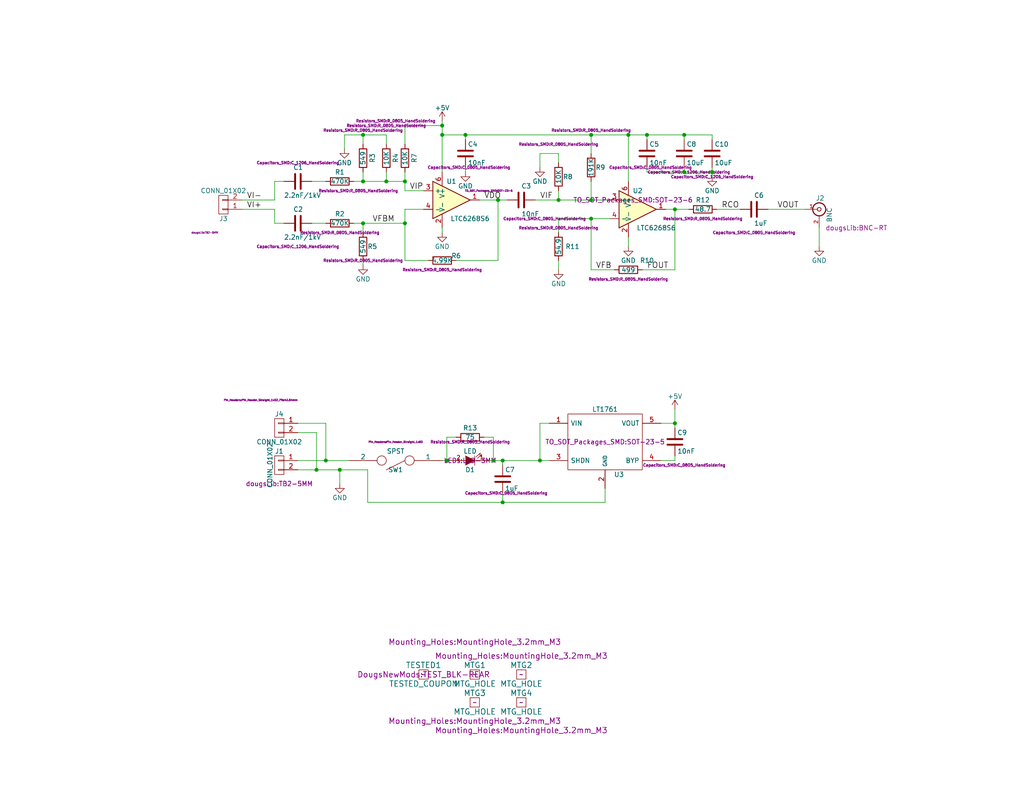
<source format=kicad_sch>
(kicad_sch (version 20211123) (generator eeschema)
  (paper "A")
  (title_block (title "Differential Probe") (date "2016-11-23") (rev "X2") (company "land-boards.com"))
  (lib_symbols
    (symbol "Device:C" (pin_numbers hide) (pin_names (offset 0.254))
      (property "Reference" "C" (at 0.635 2.54 0))
      (property "Value" "C" (at 0.635 -2.54 0))
      (symbol "C_0_1"
        (polyline (pts (xy -2.032 -0.762) (xy 2.032 -0.762)) (stroke (width 0.508)))
        (polyline (pts (xy -2.032 0.762) (xy 2.032 0.762)) (stroke (width 0.508)))
      )
      (symbol "C_1_1"
        (pin passive line (at 0 3.81 270) (length 2.794) (name "~") (number "1"))
        (pin passive line (at 0 -3.81 90) (length 2.794) (name "~") (number "2"))
      )
    )
    (symbol "Device:R" (pin_numbers hide) (pin_names (offset 0))
      (property "Reference" "R" (at 2.032 0 90))
      (property "Value" "R" (at 0 0 90))
      (symbol "R_0_1"
        (rectangle (start -1.016 -2.54) (end 1.016 2.54) (stroke (width 0.254)))
      )
      (symbol "R_1_1"
        (pin passive line (at 0 3.81 270) (length 1.27) (name "~") (number "1"))
        (pin passive line (at 0 -3.81 90) (length 1.27) (name "~") (number "2"))
      )
    )
    (symbol "DiffProbe-rescue:BNC" (pin_names (offset 1.016) hide)
      (property "Reference" "P" (at 0.254 3.048 0))
      (property "Value" "BNC" (at 2.794 -1.524 90))
      (symbol "BNC_0_1"
        (circle (center 0 0) (radius 0.508) (stroke (width 0.2032)))
        (circle (center 0 0) (radius 1.778) (stroke (width 0.3048)))
      )
      (symbol "BNC_1_1"
        (pin passive line (at -3.81 0 0) (length 3.302) (name "In") (number "1"))
        (pin passive line (at 0 -5.08 90) (length 3.302) (name "Ext") (number "2"))
      )
    )
    (symbol "DiffProbe-rescue:CONN_01X02" (pin_names (offset 1.016) hide)
      (property "Reference" "P" (at 0 3.81 0))
      (property "Value" "CONN_01X02" (at 2.54 0 90))
      (symbol "CONN_01X02_0_1"
        (rectangle (start -1.27 -1.143) (end 0.254 -1.397))
        (rectangle (start -1.27 1.397) (end 0.254 1.143))
        (rectangle (start -1.27 2.54) (end 1.27 -2.54))
      )
      (symbol "CONN_01X02_1_1"
        (pin passive line (at -5.08 1.27 0) (length 3.81) (name "P1") (number "1"))
        (pin passive line (at -5.08 -1.27 0) (length 3.81) (name "P2") (number "2"))
      )
    )
    (symbol "DiffProbe-rescue:LED" (pin_names (offset 1.016) hide)
      (property "Reference" "D" (at 0 2.54 0))
      (property "Value" "LED" (at 0 -2.54 0))
      (symbol "LED_0_1"
        (polyline (pts (xy -1.27 1.27) (xy -1.27 -1.27)))
        (polyline (pts (xy -2.032 -0.635) (xy -3.175 -1.651) (xy -3.048 -1.016)))
        (polyline (pts (xy -1.651 -1.016) (xy -2.794 -2.032) (xy -2.667 -1.397)))
        (polyline (pts (xy 1.27 1.27) (xy -1.27 0) (xy 1.27 -1.27)) (fill (type outline)))
      )
      (symbol "LED_1_1"
        (pin passive line (at -5.08 0 0) (length 3.81) (name "K") (number "1"))
        (pin passive line (at 5.08 0 180) (length 3.81) (name "A") (number "2"))
      )
    )
    (symbol "DiffProbe-rescue:LT1761" (pin_names (offset 0.762))
      (property "Reference" "U" (at 3.81 -8.89 0))
      (property "Value" "LT1761" (at 0 8.89 0))
      (symbol "LT1761_0_1"
        (rectangle (start -10.16 7.62) (end 10.16 -7.62))
      )
      (symbol "LT1761_1_1"
        (pin power_in line (at -15.24 5.08 0) (length 5.08) (name "VIN") (number "1"))
        (pin power_in line (at 0 -12.7 90) (length 5.08) (name "GND") (number "2"))
        (pin input line (at -15.24 -5.08 0) (length 5.08) (name "SHDN") (number "3"))
        (pin input line (at 15.24 -5.08 180) (length 5.08) (name "BYP") (number "4"))
        (pin power_out line (at 15.24 5.08 180) (length 5.08) (name "VOUT") (number "5"))
      )
    )
    (symbol "DiffProbe-rescue:LTC6268S6"
      (property "Reference" "U" (at 1.27 5.08 0))
      (property "Value" "LTC6268S6" (at 5.08 -5.08 0))
      (symbol "LTC6268S6_0_1"
        (polyline (pts (xy -5.08 5.08) (xy 5.08 0) (xy -5.08 -5.08) (xy -5.08 5.08)) (stroke (width 0.254)) (fill (type background)))
      )
      (symbol "LTC6268S6_1_1"
        (pin output line (at 7.62 0 180) (length 2.54) (name "~") (number "1"))
        (pin input line (at -2.54 -7.62 90) (length 3.81) (name "V-") (number "2"))
        (pin input line (at -7.62 2.54 0) (length 2.54) (name "+") (number "3"))
        (pin input line (at -7.62 -2.54 0) (length 2.54) (name "-") (number "4"))
        (pin input line (at -2.54 7.62 270) (length 3.81) (name "V+") (number "6"))
      )
    )
    (symbol "DiffProbe-rescue:MTG_HOLE" (pin_names (offset 1.016))
      (property "Reference" "MTG?" (at 0 2.54 0))
      (property "Value" "MTG_HOLE" (at 0 -2.54 0))
      (symbol "MTG_HOLE_0_1"
        (rectangle (start -1.27 -1.27) (end 1.27 -1.27))
        (rectangle (start -1.27 1.27) (end -1.27 -1.27))
        (rectangle (start 1.27 1.27) (end -1.27 1.27))
        (rectangle (start 1.27 1.27) (end 1.27 -1.27))
      )
    )
    (symbol "DiffProbe-rescue:SPST" (pin_numbers hide) (pin_names (offset 0))
      (property "Reference" "SW" (at 0 2.54 0))
      (property "Value" "SPST" (at 0 -2.54 0))
      (symbol "SPST_0_0"
        (circle (center -3.81 0) (radius 1.27))
        (polyline (pts (xy -2.54 0) (xy 2.54 2.54)))
        (circle (center 3.81 0) (radius 1.27))
      )
      (symbol "SPST_1_1"
        (pin input line (at -12.7 0 0) (length 7.62) (name "1") (number "1"))
        (pin input line (at 12.7 0 180) (length 7.62) (name "2") (number "2"))
      )
    )
    (symbol "power:+5V" (power) (pin_names (offset 0))
      (property "Value" "+5V" (at 0 3.556 0))
      (symbol "+5V_0_1"
        (polyline (pts (xy -0.762 1.27) (xy 0 2.54)))
        (polyline (pts (xy 0 0) (xy 0 2.54)))
        (polyline (pts (xy 0 2.54) (xy 0.762 1.27)))
      )
      (symbol "+5V_1_1"
        (pin power_in line (at 0 0 90) (length 0) hide (name "+5V") (number "1"))
      )
    )
    (symbol "power:GND" (power) (pin_names (offset 0))
      (property "Value" "GND" (at 0 -3.81 0))
      (symbol "GND_0_1"
        (polyline (pts (xy 0 0) (xy 0 -1.27) (xy 1.27 -1.27) (xy 0 -2.54) (xy -1.27 -1.27) (xy 0 -1.27)))
      )
      (symbol "GND_1_1"
        (pin power_in line (at 0 0 270) (length 0) hide (name "GND") (number "1"))
      )
    )
  )
  (junction (at 99.06 60.96))
  (junction (at 127 36.83))
  (junction (at 137.16 125.73))
  (junction (at 88.9 125.73))
  (junction (at 171.45 36.83))
  (junction (at 161.29 54.61))
  (junction (at 194.31 46.99))
  (junction (at 186.69 36.83))
  (junction (at 137.16 137.16))
  (junction (at 86.36 128.27))
  (junction (at 161.29 59.69))
  (junction (at 134.62 125.73))
  (junction (at 147.32 125.73))
  (junction (at 184.15 57.15))
  (junction (at 92.71 128.27))
  (junction (at 176.53 36.83))
  (junction (at 184.15 115.57))
  (junction (at 110.49 49.53))
  (junction (at 161.29 36.83))
  (junction (at 121.92 125.73))
  (junction (at 110.49 60.96))
  (junction (at 120.65 34.29))
  (junction (at 99.06 49.53))
  (junction (at 99.06 36.83))
  (junction (at 105.41 49.53))
  (junction (at 120.65 36.83))
  (junction (at 186.69 46.99))
  (junction (at 152.4 54.61))
  (junction (at 135.89 54.61))
  (wire (pts (xy 124.46 119.38) (xy 121.92 119.38)))
  (wire (pts (xy 100.33 137.16) (xy 137.16 137.16)))
  (wire (pts (xy 81.28 118.11) (xy 86.36 118.11)))
  (wire (pts (xy 184.15 73.66) (xy 175.26 73.66)))
  (wire (pts (xy 110.49 57.15) (xy 110.49 60.96)))
  (wire (pts (xy 194.31 46.99) (xy 194.31 48.26)))
  (wire (pts (xy 66.04 54.61) (xy 74.93 54.61)))
  (wire (pts (xy 130.81 54.61) (xy 135.89 54.61)))
  (wire (pts (xy 152.4 52.07) (xy 152.4 54.61)))
  (wire (pts (xy 184.15 125.73) (xy 184.15 124.46)))
  (wire (pts (xy 165.1 137.16) (xy 165.1 133.35)))
  (wire (pts (xy 96.52 60.96) (xy 99.06 60.96)))
  (wire (pts (xy 110.49 57.15) (xy 115.57 57.15)))
  (wire (pts (xy 152.4 54.61) (xy 161.29 54.61)))
  (wire (pts (xy 184.15 115.57) (xy 184.15 116.84)))
  (wire (pts (xy 110.49 60.96) (xy 110.49 71.12)))
  (wire (pts (xy 120.65 125.73) (xy 121.92 125.73)))
  (wire (pts (xy 99.06 71.12) (xy 99.06 72.39)))
  (wire (pts (xy 86.36 128.27) (xy 92.71 128.27)))
  (wire (pts (xy 99.06 60.96) (xy 110.49 60.96)))
  (wire (pts (xy 81.28 128.27) (xy 86.36 128.27)))
  (wire (pts (xy 110.49 71.12) (xy 116.84 71.12)))
  (wire (pts (xy 149.86 115.57) (xy 147.32 115.57)))
  (wire (pts (xy 74.93 49.53) (xy 77.47 49.53)))
  (wire (pts (xy 105.41 36.83) (xy 105.41 39.37)))
  (wire (pts (xy 105.41 49.53) (xy 110.49 49.53)))
  (wire (pts (xy 184.15 111.76) (xy 184.15 115.57)))
  (wire (pts (xy 74.93 57.15) (xy 74.93 60.96)))
  (wire (pts (xy 186.69 36.83) (xy 194.31 36.83)))
  (wire (pts (xy 146.05 54.61) (xy 152.4 54.61)))
  (wire (pts (xy 88.9 125.73) (xy 95.25 125.73)))
  (wire (pts (xy 120.65 34.29) (xy 120.65 36.83)))
  (wire (pts (xy 161.29 49.53) (xy 161.29 54.61)))
  (wire (pts (xy 127 36.83) (xy 161.29 36.83)))
  (wire (pts (xy 120.65 36.83) (xy 120.65 46.99)))
  (wire (pts (xy 184.15 57.15) (xy 187.96 57.15)))
  (wire (pts (xy 186.69 46.99) (xy 194.31 46.99)))
  (wire (pts (xy 152.4 71.12) (xy 152.4 73.66)))
  (wire (pts (xy 92.71 128.27) (xy 100.33 128.27)))
  (wire (pts (xy 195.58 57.15) (xy 201.93 57.15)))
  (wire (pts (xy 110.49 52.07) (xy 115.57 52.07)))
  (wire (pts (xy 132.08 119.38) (xy 134.62 119.38)))
  (wire (pts (xy 171.45 64.77) (xy 171.45 67.31)))
  (wire (pts (xy 99.06 36.83) (xy 105.41 36.83)))
  (wire (pts (xy 147.32 41.91) (xy 152.4 41.91)))
  (wire (pts (xy 161.29 73.66) (xy 167.64 73.66)))
  (wire (pts (xy 120.65 33.02) (xy 120.65 34.29)))
  (wire (pts (xy 176.53 36.83) (xy 186.69 36.83)))
  (wire (pts (xy 120.65 36.83) (xy 127 36.83)))
  (wire (pts (xy 99.06 49.53) (xy 105.41 49.53)))
  (wire (pts (xy 127 45.72) (xy 127 46.99)))
  (wire (pts (xy 134.62 125.73) (xy 137.16 125.73)))
  (wire (pts (xy 147.32 115.57) (xy 147.32 125.73)))
  (wire (pts (xy 152.4 41.91) (xy 152.4 44.45)))
  (wire (pts (xy 86.36 118.11) (xy 86.36 128.27)))
  (wire (pts (xy 152.4 59.69) (xy 152.4 63.5)))
  (wire (pts (xy 66.04 57.15) (xy 74.93 57.15)))
  (wire (pts (xy 176.53 46.99) (xy 176.53 45.72)))
  (wire (pts (xy 171.45 36.83) (xy 171.45 49.53)))
  (wire (pts (xy 137.16 125.73) (xy 147.32 125.73)))
  (wire (pts (xy 186.69 45.72) (xy 186.69 46.99)))
  (wire (pts (xy 135.89 71.12) (xy 124.46 71.12)))
  (wire (pts (xy 161.29 59.69) (xy 161.29 73.66)))
  (wire (pts (xy 81.28 115.57) (xy 88.9 115.57)))
  (wire (pts (xy 194.31 45.72) (xy 194.31 46.99)))
  (wire (pts (xy 93.98 36.83) (xy 99.06 36.83)))
  (wire (pts (xy 180.34 115.57) (xy 184.15 115.57)))
  (wire (pts (xy 176.53 38.1) (xy 176.53 36.83)))
  (wire (pts (xy 181.61 57.15) (xy 184.15 57.15)))
  (wire (pts (xy 92.71 128.27) (xy 92.71 132.08)))
  (wire (pts (xy 74.93 54.61) (xy 74.93 49.53)))
  (wire (pts (xy 127 38.1) (xy 127 36.83)))
  (wire (pts (xy 186.69 36.83) (xy 186.69 38.1)))
  (wire (pts (xy 161.29 36.83) (xy 171.45 36.83)))
  (wire (pts (xy 152.4 59.69) (xy 161.29 59.69)))
  (wire (pts (xy 137.16 125.73) (xy 137.16 127)))
  (wire (pts (xy 120.65 62.23) (xy 120.65 63.5)))
  (wire (pts (xy 110.49 46.99) (xy 110.49 49.53)))
  (wire (pts (xy 161.29 54.61) (xy 166.37 54.61)))
  (wire (pts (xy 147.32 125.73) (xy 149.86 125.73)))
  (wire (pts (xy 180.34 125.73) (xy 184.15 125.73)))
  (wire (pts (xy 88.9 115.57) (xy 88.9 125.73)))
  (wire (pts (xy 105.41 49.53) (xy 105.41 46.99)))
  (wire (pts (xy 147.32 41.91) (xy 147.32 45.72)))
  (wire (pts (xy 134.62 119.38) (xy 134.62 125.73)))
  (wire (pts (xy 85.09 49.53) (xy 88.9 49.53)))
  (wire (pts (xy 100.33 128.27) (xy 100.33 137.16)))
  (wire (pts (xy 194.31 36.83) (xy 194.31 38.1)))
  (wire (pts (xy 133.35 125.73) (xy 134.62 125.73)))
  (wire (pts (xy 110.49 49.53) (xy 110.49 52.07)))
  (wire (pts (xy 137.16 137.16) (xy 137.16 134.62)))
  (wire (pts (xy 121.92 125.73) (xy 123.19 125.73)))
  (wire (pts (xy 99.06 39.37) (xy 99.06 36.83)))
  (wire (pts (xy 110.49 34.29) (xy 120.65 34.29)))
  (wire (pts (xy 99.06 46.99) (xy 99.06 49.53)))
  (wire (pts (xy 135.89 54.61) (xy 138.43 54.61)))
  (wire (pts (xy 209.55 57.15) (xy 219.71 57.15)))
  (wire (pts (xy 171.45 36.83) (xy 176.53 36.83)))
  (wire (pts (xy 99.06 60.96) (xy 99.06 63.5)))
  (wire (pts (xy 96.52 49.53) (xy 99.06 49.53)))
  (wire (pts (xy 110.49 39.37) (xy 110.49 34.29)))
  (wire (pts (xy 74.93 60.96) (xy 77.47 60.96)))
  (wire (pts (xy 176.53 46.99) (xy 186.69 46.99)))
  (wire (pts (xy 93.98 36.83) (xy 93.98 40.64)))
  (wire (pts (xy 161.29 59.69) (xy 166.37 59.69)))
  (wire (pts (xy 184.15 57.15) (xy 184.15 73.66)))
  (wire (pts (xy 85.09 60.96) (xy 88.9 60.96)))
  (wire (pts (xy 137.16 137.16) (xy 165.1 137.16)))
  (wire (pts (xy 121.92 119.38) (xy 121.92 125.73)))
  (wire (pts (xy 223.52 62.23) (xy 223.52 67.31)))
  (wire (pts (xy 161.29 36.83) (xy 161.29 41.91)))
  (wire (pts (xy 81.28 125.73) (xy 88.9 125.73)))
  (wire (pts (xy 135.89 54.61) (xy 135.89 71.12)))
  (label "VI-" (at 67.31 54.61 0) (effects (font (size 1.524 1.524))))
  (label "VDO" (at 132.08 54.61 0) (effects (font (size 1.524 1.524))))
  (label "VI+" (at 67.31 57.15 0) (effects (font (size 1.524 1.524))))
  (label "RCO" (at 196.85 57.15 0) (effects (font (size 1.524 1.524))))
  (label "VIF" (at 147.32 54.61 0) (effects (font (size 1.524 1.524))))
  (label "VOUT" (at 212.09 57.15 0) (effects (font (size 1.524 1.524))))
  (label "FOUT" (at 176.53 73.66 0) (effects (font (size 1.524 1.524))))
  (label "VFBM" (at 101.6 60.96 0) (effects (font (size 1.524 1.524))))
  (label "VIP" (at 111.76 52.07 0) (effects (font (size 1.524 1.524))))
  (label "VFB" (at 162.56 73.66 0) (effects (font (size 1.524 1.524))))
  (symbol (lib_id "DiffProbe-rescue:MTG_HOLE") (at 142.24 191.77 0) (unit 1)
    (property "Reference" "MTG4" (at 142.24 189.23 0) (effects (font (size 1.524 1.524))))
    (property "Value" "MTG_HOLE" (at 142.24 194.31 0) (effects (font (size 1.524 1.524))))
    (property "Footprint" "Mounting_Holes:MountingHole_3.2mm_M3" (at 142.24 199.39 0) (effects (font (size 1.524 1.524))))
    (property "Datasheet" "~" (at 142.24 191.77 0) (effects (font (size 1.524 1.524))))
  )
  (symbol (lib_id "DiffProbe-rescue:MTG_HOLE") (at 129.54 191.77 0) (unit 1)
    (property "Reference" "MTG3" (at 129.54 189.23 0) (effects (font (size 1.524 1.524))))
    (property "Value" "MTG_HOLE" (at 129.54 194.31 0) (effects (font (size 1.524 1.524))))
    (property "Footprint" "Mounting_Holes:MountingHole_3.2mm_M3" (at 129.54 196.85 0) (effects (font (size 1.524 1.524))))
    (property "Datasheet" "~" (at 129.54 191.77 0) (effects (font (size 1.524 1.524))))
  )
  (symbol (lib_id "DiffProbe-rescue:MTG_HOLE") (at 142.24 184.15 0) (unit 1)
    (property "Reference" "MTG2" (at 142.24 181.61 0) (effects (font (size 1.524 1.524))))
    (property "Value" "MTG_HOLE" (at 142.24 186.69 0) (effects (font (size 1.524 1.524))))
    (property "Footprint" "Mounting_Holes:MountingHole_3.2mm_M3" (at 142.24 179.07 0) (effects (font (size 1.524 1.524))))
    (property "Datasheet" "~" (at 142.24 184.15 0) (effects (font (size 1.524 1.524))))
  )
  (symbol (lib_id "DiffProbe-rescue:MTG_HOLE") (at 129.54 184.15 0) (unit 1)
    (property "Reference" "MTG1" (at 129.54 181.61 0) (effects (font (size 1.524 1.524))))
    (property "Value" "MTG_HOLE" (at 129.54 186.69 0) (effects (font (size 1.524 1.524))))
    (property "Footprint" "Mounting_Holes:MountingHole_3.2mm_M3" (at 129.54 175.26 0) (effects (font (size 1.524 1.524))))
    (property "Datasheet" "~" (at 129.54 184.15 0) (effects (font (size 1.524 1.524))))
  )
  (symbol (lib_id "DiffProbe-rescue:MTG_HOLE") (at 115.57 184.15 0) (unit 1)
    (property "Reference" "TESTED1" (at 115.57 181.61 0) (effects (font (size 1.524 1.524))))
    (property "Value" "TESTED_COUPON" (at 115.57 186.69 0) (effects (font (size 1.524 1.524))))
    (property "Footprint" "DougsNewMods:TEST_BLK-REAR" (at 115.57 184.15 0) (effects (font (size 1.524 1.524))))
    (property "Datasheet" "~" (at 115.57 184.15 0) (effects (font (size 1.524 1.524))))
  )
  (symbol (lib_id "DiffProbe-rescue:CONN_01X02") (at 76.2 127 0) (mirror y) (unit 1)
    (property "Reference" "J1" (at 76.2 123.19 0))
    (property "Value" "CONN_01X02" (at 73.66 127 90))
    (property "Footprint" "dougsLib:TB2-5MM" (at 76.2 132.08 0))
  )
  (symbol (lib_id "DiffProbe-rescue:CONN_01X02") (at 60.96 55.88 180) (unit 1)
    (property "Reference" "J3" (at 60.96 59.69 0))
    (property "Value" "CONN_01X02" (at 60.96 52.07 0))
    (property "Footprint" "dougsLib:TB2-5MM" (at 55.88 63.5 0) (effects (font (size 0.508 0.508))))
  )
  (symbol (lib_id "DiffProbe-rescue:SPST") (at 107.95 125.73 180) (unit 1)
    (property "Reference" "SW1" (at 107.95 128.27 0))
    (property "Value" "SPST" (at 107.95 123.19 0))
    (property "Footprint" "Pin_Headers:Pin_Header_Straight_1x03" (at 107.95 120.65 0) (effects (font (size 0.508 0.508))))
  )
  (symbol (lib_id "DiffProbe-rescue:LED") (at 128.27 125.73 180) (unit 1)
    (property "Reference" "D1" (at 128.27 128.27 0))
    (property "Value" "LED" (at 128.27 123.19 0))
    (property "Footprint" "LEDs:LED-3MM" (at 128.27 125.73 0))
  )
  (symbol (lib_id "Device:R") (at 128.27 119.38 270) (unit 1)
    (property "Reference" "R13" (at 128.27 116.84 90))
    (property "Value" "75" (at 128.27 119.38 90))
    (property "Footprint" "Resistors_SMD:R_0805_HandSoldering" (at 128.27 120.65 90) (effects (font (size 0.762 0.762))))
  )
  (symbol (lib_id "Device:C") (at 137.16 130.81 0) (unit 1)
    (property "Reference" "C7" (at 137.795 128.27 0) (effects (justify left)))
    (property "Value" "1uF" (at 137.795 133.35 0) (effects (justify left)))
    (property "Footprint" "Capacitors_SMD:C_0805_HandSoldering" (at 138.1252 134.62 0) (effects (font (size 0.762 0.762))))
  )
  (symbol (lib_id "power:GND") (at 92.71 132.08 0) (unit 1)
    (property "Reference" "#PWR1" (effects hide))
    (property "Value" "GND" (at 92.71 135.89 0))
  )
  (symbol (lib_id "DiffProbe-rescue:LT1761") (at 165.1 120.65 0) (unit 1)
    (property "Reference" "U3" (at 168.91 129.54 0))
    (property "Value" "LT1761" (at 165.1 111.76 0))
    (property "Footprint" "TO_SOT_Packages_SMD:SOT-23-5" (at 165.1 120.65 0))
  )
  (symbol (lib_id "Device:C") (at 184.15 120.65 0) (unit 1)
    (property "Reference" "C9" (at 184.785 118.11 0) (effects (justify left)))
    (property "Value" "10nF" (at 184.785 123.19 0) (effects (justify left)))
    (property "Footprint" "Capacitors_SMD:C_0805_HandSoldering" (at 186.69 127 0) (effects (font (size 0.762 0.762))))
  )
  (symbol (lib_id "power:+5V") (at 184.15 111.76 0) (unit 1)
    (property "Reference" "#PWR10" (effects hide))
    (property "Value" "+5V" (at 184.15 108.204 0))
  )
  (symbol (lib_id "Device:C") (at 81.28 49.53 270) (unit 1)
    (property "Reference" "C1" (at 80.01 45.72 90) (effects (justify left)))
    (property "Value" "2.2nF/1kV" (at 77.47 53.34 90) (effects (justify left)))
    (property "Footprint" "Capacitors_SMD:C_1206_HandSoldering" (at 81.28 44.45 90) (effects (font (size 0.762 0.762))))
  )
  (symbol (lib_id "Device:C") (at 81.28 60.96 270) (unit 1)
    (property "Reference" "C2" (at 80.01 57.15 90) (effects (justify left)))
    (property "Value" "2.2nF/1kV" (at 77.47 64.77 90) (effects (justify left)))
    (property "Footprint" "Capacitors_SMD:C_1206_HandSoldering" (at 81.28 67.31 90) (effects (font (size 0.762 0.762))))
  )
  (symbol (lib_id "Device:R") (at 92.71 49.53 270) (unit 1)
    (property "Reference" "R1" (at 92.71 46.99 90))
    (property "Value" "470K" (at 92.71 49.53 90))
    (property "Footprint" "Resistors_SMD:R_0805_HandSoldering" (at 97.79 52.07 90) (effects (font (size 0.762 0.762))))
  )
  (symbol (lib_id "Device:R") (at 92.71 60.96 270) (unit 1)
    (property "Reference" "R2" (at 92.71 58.42 90))
    (property "Value" "470K" (at 92.71 60.96 90))
    (property "Footprint" "Resistors_SMD:R_0805_HandSoldering" (at 92.71 63.5 90) (effects (font (size 0.762 0.762))))
  )
  (symbol (lib_id "Device:R") (at 99.06 43.18 180) (unit 1)
    (property "Reference" "R3" (at 101.6 43.18 90))
    (property "Value" "549" (at 99.06 43.18 90))
    (property "Footprint" "Resistors_SMD:R_0805_HandSoldering" (at 99.06 35.56 0) (effects (font (size 0.762 0.762))))
  )
  (symbol (lib_id "Device:R") (at 105.41 43.18 180) (unit 1)
    (property "Reference" "R4" (at 107.95 43.18 90))
    (property "Value" "10K" (at 105.41 43.18 90))
    (property "Footprint" "Resistors_SMD:R_0805_HandSoldering" (at 105.41 34.29 0) (effects (font (size 0.762 0.762))))
  )
  (symbol (lib_id "Device:R") (at 99.06 67.31 180) (unit 1)
    (property "Reference" "R5" (at 101.6 67.31 0))
    (property "Value" "549" (at 99.06 67.31 90))
    (property "Footprint" "Resistors_SMD:R_0805_HandSoldering" (at 99.06 71.12 0) (effects (font (size 0.762 0.762))))
  )
  (symbol (lib_id "Device:R") (at 120.65 71.12 90) (unit 1)
    (property "Reference" "R6" (at 124.46 69.85 90))
    (property "Value" "4.99K" (at 120.65 71.12 90))
    (property "Footprint" "Resistors_SMD:R_0805_HandSoldering" (at 120.65 73.66 90) (effects (font (size 0.762 0.762))))
  )
  (symbol (lib_id "power:GND") (at 93.98 40.64 0) (unit 1)
    (property "Reference" "#PWR2" (effects hide))
    (property "Value" "GND" (at 93.98 44.45 0))
  )
  (symbol (lib_id "power:GND") (at 99.06 72.39 0) (unit 1)
    (property "Reference" "#PWR3" (effects hide))
    (property "Value" "GND" (at 99.06 76.2 0))
  )
  (symbol (lib_id "DiffProbe-rescue:LTC6268S6") (at 123.19 54.61 0) (unit 1)
    (property "Reference" "U1" (at 123.19 49.53 0))
    (property "Value" "LTC6268S6" (at 128.27 59.69 0))
    (property "Footprint" "TO_SOT_Packages_SMD:SOT-23-6" (at 133.35 52.07 0) (effects (font (size 0.508 0.508))))
  )
  (symbol (lib_id "Device:R") (at 110.49 43.18 180) (unit 1)
    (property "Reference" "R7" (at 113.03 43.18 90))
    (property "Value" "10K" (at 110.49 43.18 90))
    (property "Footprint" "Resistors_SMD:R_0805_HandSoldering" (at 107.95 33.02 0) (effects (font (size 0.762 0.762))))
  )
  (symbol (lib_id "power:+5V") (at 120.65 33.02 0) (unit 1)
    (property "Reference" "#PWR4" (effects hide))
    (property "Value" "+5V" (at 120.65 29.464 0))
  )
  (symbol (lib_id "power:GND") (at 120.65 63.5 0) (unit 1)
    (property "Reference" "#PWR5" (effects hide))
    (property "Value" "GND" (at 120.65 67.31 0))
  )
  (symbol (lib_id "Device:C") (at 127 41.91 0) (unit 1)
    (property "Reference" "C4" (at 127.635 39.37 0) (effects (justify left)))
    (property "Value" "10nF" (at 127.635 44.45 0) (effects (justify left)))
    (property "Footprint" "Capacitors_SMD:C_0805_HandSoldering" (at 127.9652 45.72 0) (effects (font (size 0.762 0.762))))
  )
  (symbol (lib_id "power:GND") (at 127 46.99 0) (unit 1)
    (property "Reference" "#PWR6" (effects hide))
    (property "Value" "GND" (at 127 50.8 0))
  )
  (symbol (lib_id "Device:C") (at 142.24 54.61 270) (unit 1)
    (property "Reference" "C3" (at 142.24 50.8 90) (effects (justify left)))
    (property "Value" "10nF" (at 142.24 58.42 90) (effects (justify left)))
    (property "Footprint" "Capacitors_SMD:C_0805_HandSoldering" (at 148.59 59.69 90) (effects (font (size 0.762 0.762))))
  )
  (symbol (lib_id "DiffProbe-rescue:LTC6268S6") (at 173.99 57.15 0) (unit 1)
    (property "Reference" "U2" (at 173.99 52.07 0))
    (property "Value" "LTC6268S6" (at 179.07 62.23 0))
    (property "Footprint" "TO_SOT_Packages_SMD:SOT-23-6" (at 172.72 54.61 0))
  )
  (symbol (lib_id "Device:R") (at 152.4 48.26 180) (unit 1)
    (property "Reference" "R8" (at 154.94 48.26 0))
    (property "Value" "10K" (at 152.4 48.26 90))
    (property "Footprint" "Resistors_SMD:R_0805_HandSoldering" (at 152.4 39.37 0) (effects (font (size 0.762 0.762))))
  )
  (symbol (lib_id "power:GND") (at 147.32 45.72 0) (unit 1)
    (property "Reference" "#PWR7" (effects hide))
    (property "Value" "GND" (at 147.32 49.53 0))
  )
  (symbol (lib_id "Device:R") (at 161.29 45.72 180) (unit 1)
    (property "Reference" "R9" (at 163.83 45.72 0))
    (property "Value" "191K" (at 161.29 45.72 90))
    (property "Footprint" "Resistors_SMD:R_0805_HandSoldering" (at 161.29 35.56 0) (effects (font (size 0.762 0.762))))
  )
  (symbol (lib_id "Device:R") (at 152.4 67.31 180) (unit 1)
    (property "Reference" "R11" (at 156.21 67.31 0))
    (property "Value" "54.9" (at 152.4 67.31 90))
    (property "Footprint" "Resistors_SMD:R_0805_HandSoldering" (at 152.4 62.23 0) (effects (font (size 0.762 0.762))))
  )
  (symbol (lib_id "Device:R") (at 171.45 73.66 90) (unit 1)
    (property "Reference" "R10" (at 176.53 71.12 90))
    (property "Value" "499" (at 171.45 73.66 90))
    (property "Footprint" "Resistors_SMD:R_0805_HandSoldering" (at 171.45 76.2 90) (effects (font (size 0.762 0.762))))
  )
  (symbol (lib_id "power:GND") (at 152.4 73.66 0) (unit 1)
    (property "Reference" "#PWR8" (effects hide))
    (property "Value" "GND" (at 152.4 77.47 0))
  )
  (symbol (lib_id "Device:C") (at 205.74 57.15 270) (unit 1)
    (property "Reference" "C6" (at 205.74 53.34 90) (effects (justify left)))
    (property "Value" "1uF" (at 205.74 60.96 90) (effects (justify left)))
    (property "Footprint" "Capacitors_SMD:C_0805_HandSoldering" (at 205.74 63.5 90) (effects (font (size 0.762 0.762))))
  )
  (symbol (lib_id "Device:R") (at 191.77 57.15 90) (unit 1)
    (property "Reference" "R12" (at 191.77 54.61 90))
    (property "Value" "48.7" (at 191.77 57.15 90))
    (property "Footprint" "Resistors_SMD:R_0805_HandSoldering" (at 191.77 59.69 90) (effects (font (size 0.762 0.762))))
  )
  (symbol (lib_id "DiffProbe-rescue:BNC") (at 223.52 57.15 0) (unit 1)
    (property "Reference" "J2" (at 223.774 54.102 0))
    (property "Value" "BNC" (at 226.314 58.674 90))
    (property "Footprint" "dougsLib:BNC-RT" (at 233.68 62.23 0))
  )
  (symbol (lib_id "power:GND") (at 223.52 67.31 0) (unit 1)
    (property "Reference" "#PWR12" (effects hide))
    (property "Value" "GND" (at 223.52 71.12 0))
  )
  (symbol (lib_id "power:GND") (at 171.45 67.31 0) (unit 1)
    (property "Reference" "#PWR9" (effects hide))
    (property "Value" "GND" (at 171.45 71.12 0))
  )
  (symbol (lib_id "Device:C") (at 176.53 41.91 0) (unit 1)
    (property "Reference" "C5" (at 177.165 39.37 0) (effects (justify left)))
    (property "Value" "10nF" (at 177.165 44.45 0) (effects (justify left)))
    (property "Footprint" "Capacitors_SMD:C_0805_HandSoldering" (at 177.4952 45.72 0) (effects (font (size 0.762 0.762))))
  )
  (symbol (lib_id "Device:C") (at 186.69 41.91 0) (unit 1)
    (property "Reference" "C8" (at 187.325 39.37 0) (effects (justify left)))
    (property "Value" "10uF" (at 187.325 44.45 0) (effects (justify left)))
    (property "Footprint" "Capacitors_SMD:C_1206_HandSoldering" (at 187.96 46.99 0) (effects (font (size 0.762 0.762))))
  )
  (symbol (lib_id "power:GND") (at 194.31 48.26 0) (unit 1)
    (property "Reference" "#PWR11" (effects hide))
    (property "Value" "GND" (at 194.31 52.07 0))
  )
  (symbol (lib_id "Device:C") (at 194.31 41.91 0) (unit 1)
    (property "Reference" "C10" (at 194.945 39.37 0) (effects (justify left)))
    (property "Value" "10uF" (at 194.945 44.45 0) (effects (justify left)))
    (property "Footprint" "Capacitors_SMD:C_1206_HandSoldering" (at 194.31 48.26 0) (effects (font (size 0.762 0.762))))
  )
  (symbol (lib_id "DiffProbe-rescue:CONN_01X02") (at 76.2 116.84 0) (mirror y) (unit 1)
    (property "Reference" "J4" (at 76.2 113.03 0))
    (property "Value" "CONN_01X02" (at 76.2 120.65 0))
    (property "Footprint" "Pin_Headers:Pin_Header_Straight_1x02_Pitch2.54mm" (at 71.12 109.22 0) (effects (font (size 0.508 0.508))))
  )
)
</source>
